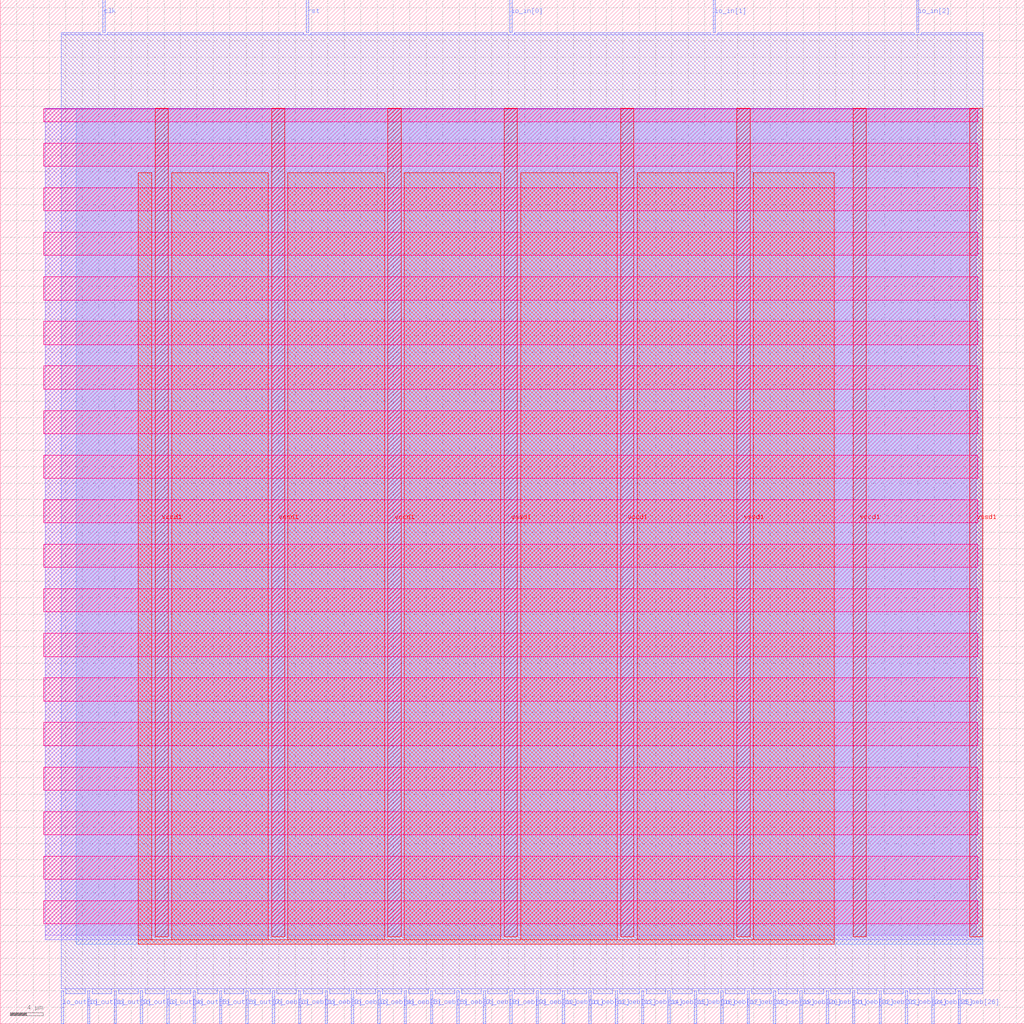
<source format=lef>
VERSION 5.7 ;
  NOWIREEXTENSIONATPIN ON ;
  DIVIDERCHAR "/" ;
  BUSBITCHARS "[]" ;
MACRO tt2_tholin_namebadge
  CLASS BLOCK ;
  FOREIGN tt2_tholin_namebadge ;
  ORIGIN 0.000 0.000 ;
  SIZE 125.000 BY 125.000 ;
  PIN clk
    DIRECTION INPUT ;
    USE SIGNAL ;
    PORT
      LAYER met2 ;
        RECT 12.510 121.000 12.790 125.000 ;
    END
  END clk
  PIN io_in[0]
    DIRECTION INPUT ;
    USE SIGNAL ;
    PORT
      LAYER met2 ;
        RECT 62.190 121.000 62.470 125.000 ;
    END
  END io_in[0]
  PIN io_in[1]
    DIRECTION INPUT ;
    USE SIGNAL ;
    PORT
      LAYER met2 ;
        RECT 87.030 121.000 87.310 125.000 ;
    END
  END io_in[1]
  PIN io_in[2]
    DIRECTION INPUT ;
    USE SIGNAL ;
    PORT
      LAYER met2 ;
        RECT 111.870 121.000 112.150 125.000 ;
    END
  END io_in[2]
  PIN io_oeb[0]
    DIRECTION OUTPUT TRISTATE ;
    USE SIGNAL ;
    PORT
      LAYER met2 ;
        RECT 33.210 0.000 33.490 4.000 ;
    END
  END io_oeb[0]
  PIN io_oeb[10]
    DIRECTION OUTPUT TRISTATE ;
    USE SIGNAL ;
    PORT
      LAYER met2 ;
        RECT 65.410 0.000 65.690 4.000 ;
    END
  END io_oeb[10]
  PIN io_oeb[11]
    DIRECTION OUTPUT TRISTATE ;
    USE SIGNAL ;
    PORT
      LAYER met2 ;
        RECT 68.630 0.000 68.910 4.000 ;
    END
  END io_oeb[11]
  PIN io_oeb[12]
    DIRECTION OUTPUT TRISTATE ;
    USE SIGNAL ;
    PORT
      LAYER met2 ;
        RECT 71.850 0.000 72.130 4.000 ;
    END
  END io_oeb[12]
  PIN io_oeb[13]
    DIRECTION OUTPUT TRISTATE ;
    USE SIGNAL ;
    PORT
      LAYER met2 ;
        RECT 75.070 0.000 75.350 4.000 ;
    END
  END io_oeb[13]
  PIN io_oeb[14]
    DIRECTION OUTPUT TRISTATE ;
    USE SIGNAL ;
    PORT
      LAYER met2 ;
        RECT 78.290 0.000 78.570 4.000 ;
    END
  END io_oeb[14]
  PIN io_oeb[15]
    DIRECTION OUTPUT TRISTATE ;
    USE SIGNAL ;
    PORT
      LAYER met2 ;
        RECT 81.510 0.000 81.790 4.000 ;
    END
  END io_oeb[15]
  PIN io_oeb[16]
    DIRECTION OUTPUT TRISTATE ;
    USE SIGNAL ;
    PORT
      LAYER met2 ;
        RECT 84.730 0.000 85.010 4.000 ;
    END
  END io_oeb[16]
  PIN io_oeb[17]
    DIRECTION OUTPUT TRISTATE ;
    USE SIGNAL ;
    PORT
      LAYER met2 ;
        RECT 87.950 0.000 88.230 4.000 ;
    END
  END io_oeb[17]
  PIN io_oeb[18]
    DIRECTION OUTPUT TRISTATE ;
    USE SIGNAL ;
    PORT
      LAYER met2 ;
        RECT 91.170 0.000 91.450 4.000 ;
    END
  END io_oeb[18]
  PIN io_oeb[19]
    DIRECTION OUTPUT TRISTATE ;
    USE SIGNAL ;
    PORT
      LAYER met2 ;
        RECT 94.390 0.000 94.670 4.000 ;
    END
  END io_oeb[19]
  PIN io_oeb[1]
    DIRECTION OUTPUT TRISTATE ;
    USE SIGNAL ;
    PORT
      LAYER met2 ;
        RECT 36.430 0.000 36.710 4.000 ;
    END
  END io_oeb[1]
  PIN io_oeb[20]
    DIRECTION OUTPUT TRISTATE ;
    USE SIGNAL ;
    PORT
      LAYER met2 ;
        RECT 97.610 0.000 97.890 4.000 ;
    END
  END io_oeb[20]
  PIN io_oeb[21]
    DIRECTION OUTPUT TRISTATE ;
    USE SIGNAL ;
    PORT
      LAYER met2 ;
        RECT 100.830 0.000 101.110 4.000 ;
    END
  END io_oeb[21]
  PIN io_oeb[22]
    DIRECTION OUTPUT TRISTATE ;
    USE SIGNAL ;
    PORT
      LAYER met2 ;
        RECT 104.050 0.000 104.330 4.000 ;
    END
  END io_oeb[22]
  PIN io_oeb[23]
    DIRECTION OUTPUT TRISTATE ;
    USE SIGNAL ;
    PORT
      LAYER met2 ;
        RECT 107.270 0.000 107.550 4.000 ;
    END
  END io_oeb[23]
  PIN io_oeb[24]
    DIRECTION OUTPUT TRISTATE ;
    USE SIGNAL ;
    PORT
      LAYER met2 ;
        RECT 110.490 0.000 110.770 4.000 ;
    END
  END io_oeb[24]
  PIN io_oeb[25]
    DIRECTION OUTPUT TRISTATE ;
    USE SIGNAL ;
    PORT
      LAYER met2 ;
        RECT 113.710 0.000 113.990 4.000 ;
    END
  END io_oeb[25]
  PIN io_oeb[26]
    DIRECTION OUTPUT TRISTATE ;
    USE SIGNAL ;
    PORT
      LAYER met2 ;
        RECT 116.930 0.000 117.210 4.000 ;
    END
  END io_oeb[26]
  PIN io_oeb[2]
    DIRECTION OUTPUT TRISTATE ;
    USE SIGNAL ;
    PORT
      LAYER met2 ;
        RECT 39.650 0.000 39.930 4.000 ;
    END
  END io_oeb[2]
  PIN io_oeb[3]
    DIRECTION OUTPUT TRISTATE ;
    USE SIGNAL ;
    PORT
      LAYER met2 ;
        RECT 42.870 0.000 43.150 4.000 ;
    END
  END io_oeb[3]
  PIN io_oeb[4]
    DIRECTION OUTPUT TRISTATE ;
    USE SIGNAL ;
    PORT
      LAYER met2 ;
        RECT 46.090 0.000 46.370 4.000 ;
    END
  END io_oeb[4]
  PIN io_oeb[5]
    DIRECTION OUTPUT TRISTATE ;
    USE SIGNAL ;
    PORT
      LAYER met2 ;
        RECT 49.310 0.000 49.590 4.000 ;
    END
  END io_oeb[5]
  PIN io_oeb[6]
    DIRECTION OUTPUT TRISTATE ;
    USE SIGNAL ;
    PORT
      LAYER met2 ;
        RECT 52.530 0.000 52.810 4.000 ;
    END
  END io_oeb[6]
  PIN io_oeb[7]
    DIRECTION OUTPUT TRISTATE ;
    USE SIGNAL ;
    PORT
      LAYER met2 ;
        RECT 55.750 0.000 56.030 4.000 ;
    END
  END io_oeb[7]
  PIN io_oeb[8]
    DIRECTION OUTPUT TRISTATE ;
    USE SIGNAL ;
    PORT
      LAYER met2 ;
        RECT 58.970 0.000 59.250 4.000 ;
    END
  END io_oeb[8]
  PIN io_oeb[9]
    DIRECTION OUTPUT TRISTATE ;
    USE SIGNAL ;
    PORT
      LAYER met2 ;
        RECT 62.190 0.000 62.470 4.000 ;
    END
  END io_oeb[9]
  PIN io_out[0]
    DIRECTION OUTPUT TRISTATE ;
    USE SIGNAL ;
    PORT
      LAYER met2 ;
        RECT 7.450 0.000 7.730 4.000 ;
    END
  END io_out[0]
  PIN io_out[1]
    DIRECTION OUTPUT TRISTATE ;
    USE SIGNAL ;
    PORT
      LAYER met2 ;
        RECT 10.670 0.000 10.950 4.000 ;
    END
  END io_out[1]
  PIN io_out[2]
    DIRECTION OUTPUT TRISTATE ;
    USE SIGNAL ;
    PORT
      LAYER met2 ;
        RECT 13.890 0.000 14.170 4.000 ;
    END
  END io_out[2]
  PIN io_out[3]
    DIRECTION OUTPUT TRISTATE ;
    USE SIGNAL ;
    PORT
      LAYER met2 ;
        RECT 17.110 0.000 17.390 4.000 ;
    END
  END io_out[3]
  PIN io_out[4]
    DIRECTION OUTPUT TRISTATE ;
    USE SIGNAL ;
    PORT
      LAYER met2 ;
        RECT 20.330 0.000 20.610 4.000 ;
    END
  END io_out[4]
  PIN io_out[5]
    DIRECTION OUTPUT TRISTATE ;
    USE SIGNAL ;
    PORT
      LAYER met2 ;
        RECT 23.550 0.000 23.830 4.000 ;
    END
  END io_out[5]
  PIN io_out[6]
    DIRECTION OUTPUT TRISTATE ;
    USE SIGNAL ;
    PORT
      LAYER met2 ;
        RECT 26.770 0.000 27.050 4.000 ;
    END
  END io_out[6]
  PIN io_out[7]
    DIRECTION OUTPUT TRISTATE ;
    USE SIGNAL ;
    PORT
      LAYER met2 ;
        RECT 29.990 0.000 30.270 4.000 ;
    END
  END io_out[7]
  PIN rst
    DIRECTION INPUT ;
    USE SIGNAL ;
    PORT
      LAYER met2 ;
        RECT 37.350 121.000 37.630 125.000 ;
    END
  END rst
  PIN vccd1
    DIRECTION INOUT ;
    USE POWER ;
    PORT
      LAYER met4 ;
        RECT 18.920 10.640 20.520 111.760 ;
    END
    PORT
      LAYER met4 ;
        RECT 47.325 10.640 48.925 111.760 ;
    END
    PORT
      LAYER met4 ;
        RECT 75.730 10.640 77.330 111.760 ;
    END
    PORT
      LAYER met4 ;
        RECT 104.135 10.640 105.735 111.760 ;
    END
  END vccd1
  PIN vssd1
    DIRECTION INOUT ;
    USE GROUND ;
    PORT
      LAYER met4 ;
        RECT 33.120 10.640 34.720 111.760 ;
    END
    PORT
      LAYER met4 ;
        RECT 61.525 10.640 63.125 111.760 ;
    END
    PORT
      LAYER met4 ;
        RECT 89.930 10.640 91.530 111.760 ;
    END
    PORT
      LAYER met4 ;
        RECT 118.335 10.640 119.935 111.760 ;
    END
  END vssd1
  OBS
      LAYER nwell ;
        RECT 5.330 110.105 119.330 111.710 ;
        RECT 5.330 104.665 119.330 107.495 ;
        RECT 5.330 99.225 119.330 102.055 ;
        RECT 5.330 93.785 119.330 96.615 ;
        RECT 5.330 88.345 119.330 91.175 ;
        RECT 5.330 82.905 119.330 85.735 ;
        RECT 5.330 77.465 119.330 80.295 ;
        RECT 5.330 72.025 119.330 74.855 ;
        RECT 5.330 66.585 119.330 69.415 ;
        RECT 5.330 61.145 119.330 63.975 ;
        RECT 5.330 55.705 119.330 58.535 ;
        RECT 5.330 50.265 119.330 53.095 ;
        RECT 5.330 44.825 119.330 47.655 ;
        RECT 5.330 39.385 119.330 42.215 ;
        RECT 5.330 33.945 119.330 36.775 ;
        RECT 5.330 28.505 119.330 31.335 ;
        RECT 5.330 23.065 119.330 25.895 ;
        RECT 5.330 17.625 119.330 20.455 ;
        RECT 5.330 12.185 119.330 15.015 ;
      LAYER li1 ;
        RECT 5.520 10.795 119.140 111.605 ;
      LAYER met1 ;
        RECT 5.520 10.240 119.935 111.760 ;
      LAYER met2 ;
        RECT 7.460 120.720 12.230 121.000 ;
        RECT 13.070 120.720 37.070 121.000 ;
        RECT 37.910 120.720 61.910 121.000 ;
        RECT 62.750 120.720 86.750 121.000 ;
        RECT 87.590 120.720 111.590 121.000 ;
        RECT 112.430 120.720 119.905 121.000 ;
        RECT 7.460 4.280 119.905 120.720 ;
        RECT 8.010 3.670 10.390 4.280 ;
        RECT 11.230 3.670 13.610 4.280 ;
        RECT 14.450 3.670 16.830 4.280 ;
        RECT 17.670 3.670 20.050 4.280 ;
        RECT 20.890 3.670 23.270 4.280 ;
        RECT 24.110 3.670 26.490 4.280 ;
        RECT 27.330 3.670 29.710 4.280 ;
        RECT 30.550 3.670 32.930 4.280 ;
        RECT 33.770 3.670 36.150 4.280 ;
        RECT 36.990 3.670 39.370 4.280 ;
        RECT 40.210 3.670 42.590 4.280 ;
        RECT 43.430 3.670 45.810 4.280 ;
        RECT 46.650 3.670 49.030 4.280 ;
        RECT 49.870 3.670 52.250 4.280 ;
        RECT 53.090 3.670 55.470 4.280 ;
        RECT 56.310 3.670 58.690 4.280 ;
        RECT 59.530 3.670 61.910 4.280 ;
        RECT 62.750 3.670 65.130 4.280 ;
        RECT 65.970 3.670 68.350 4.280 ;
        RECT 69.190 3.670 71.570 4.280 ;
        RECT 72.410 3.670 74.790 4.280 ;
        RECT 75.630 3.670 78.010 4.280 ;
        RECT 78.850 3.670 81.230 4.280 ;
        RECT 82.070 3.670 84.450 4.280 ;
        RECT 85.290 3.670 87.670 4.280 ;
        RECT 88.510 3.670 90.890 4.280 ;
        RECT 91.730 3.670 94.110 4.280 ;
        RECT 94.950 3.670 97.330 4.280 ;
        RECT 98.170 3.670 100.550 4.280 ;
        RECT 101.390 3.670 103.770 4.280 ;
        RECT 104.610 3.670 106.990 4.280 ;
        RECT 107.830 3.670 110.210 4.280 ;
        RECT 111.050 3.670 113.430 4.280 ;
        RECT 114.270 3.670 116.650 4.280 ;
        RECT 117.490 3.670 119.905 4.280 ;
      LAYER met3 ;
        RECT 9.265 9.695 119.925 111.685 ;
      LAYER met4 ;
        RECT 16.855 10.240 18.520 103.865 ;
        RECT 20.920 10.240 32.720 103.865 ;
        RECT 35.120 10.240 46.925 103.865 ;
        RECT 49.325 10.240 61.125 103.865 ;
        RECT 63.525 10.240 75.330 103.865 ;
        RECT 77.730 10.240 89.530 103.865 ;
        RECT 91.930 10.240 101.825 103.865 ;
        RECT 16.855 9.695 101.825 10.240 ;
  END
END tt2_tholin_namebadge
END LIBRARY


</source>
